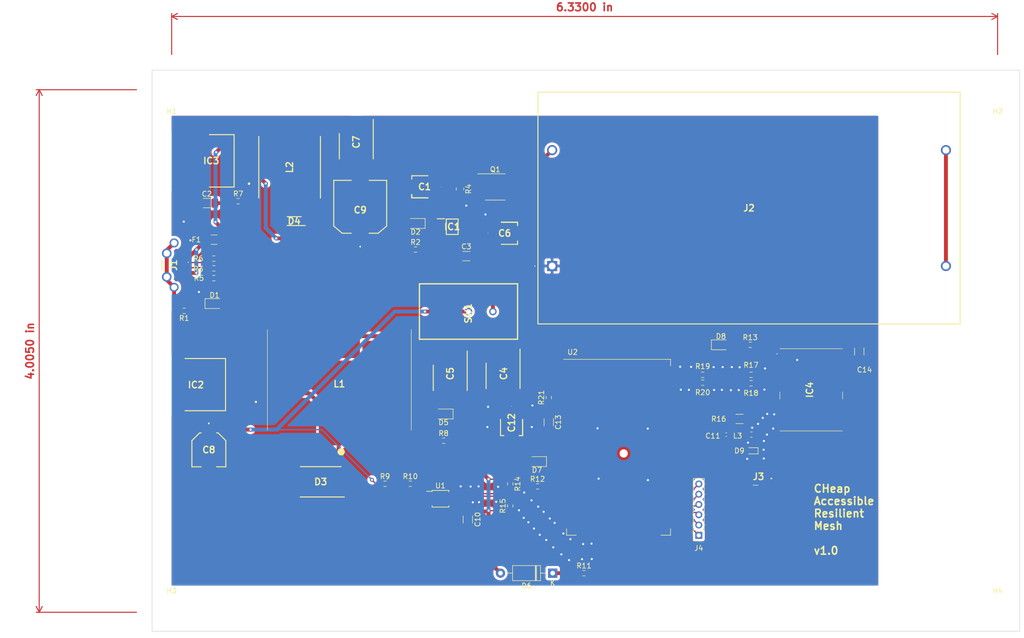
<source format=kicad_pcb>
(kicad_pcb (version 20211014) (generator pcbnew)
  (layers (0 "F.Cu" signal) (31 "B.Cu" signal) (34 "B.Paste" user) (35 "F.Paste" user) (36 "B.SilkS" user "B.Silkscreen") (37 "F.SilkS" user "F.Silkscreen") (38 "B.Mask" user) (39 "F.Mask" user) (44 "Edge.Cuts" user))
  (net 0 "")
  (net 1 "+12V")
  (net 2 "GND")
  (net 3 "Net-(C2-Pad1)")
  (net 4 "Net-(C3-Pad1)")
  (net 5 "+3.3V")
  (net 6 "Net-(C6-Pad1)")
  (net 7 "+5V")
  (net 8 "/VBAT")
  (net 9 "Net-(C11-Pad1)")
  (net 10 "Net-(D1-Pad1)")
  (net 11 "Net-(D2-Pad1)")
  (net 12 "Net-(D3-Pad1)")
  (net 13 "Net-(D4-Pad2)")
  (net 14 "Net-(D5-Pad1)")
  (net 15 "Net-(D6-Pad1)")
  (net 16 "Net-(D7-Pad1)")
  (net 17 "Net-(D8-Pad2)")
  (net 18 "Net-(IC1-Pad1)")
  (net 19 "Net-(IC1-Pad4)")
  (net 20 "Net-(IC1-Pad8)")
  (net 21 "Net-(IC3-Pad1)")
  (net 25 "Net-(IC4-Pad3)")
  (net 27 "Net-(IC4-Pad5)")
  (net 28 "Net-(IC4-Pad6)")
  (net 30 "/VCC_RF")
  (net 31 "/GPS_ANT")
  (net 40 "Net-(J1-PadA5)")
  (net 41 "Net-(J1-PadB5)")
  (net 42 "Net-(J2-Pad2)")
  (net 43 "/GPIO12")
  (net 44 "/GPIO13")
  (net 45 "/RXIP0")
  (net 46 "/RXIN0")
  (net 47 "/TXOP0")
  (net 48 "/TXON0")
  (net 49 "Net-(R10-Pad1)")
  (net 50 "/VDD_FLASH")
  (net 51 "/WLED")
  (net 52 "/I2C_SCL")
  (net 53 "/I2C_SDA")
  (net 54 "/GPS_DM")
  (net 55 "/GPS_DP")
  (net 56 "Net-(R19-Pad1)")
  (net 57 "Net-(R20-Pad1)")
  (net 64 "Net-(R21-Pad2)")
  (net 105 "Net-(F1-Pad2)")
  (net 106 "Net-(J1-PadMH1)")
  (footprint "Resistor_SMD:R_0805_2012Metric_Pad1.20x1.40mm_HandSolder" (layer "F.Cu") (at 106.934 70.12 -90)
    (fp_text reference "R4")
    (fp_text value "220m")
  )
  (footprint "LED_SMD:LED_0805_2012Metric_Pad1.15x1.40mm_HandSolder" (layer "F.Cu") (at 157.725 100.457)
    (fp_text reference "D8")
    (fp_text value "LED_GPS")
  )
  (footprint "LM2576SX-3.3_NOPB:KTT0005B" (layer "F.Cu") (at 52.648 108.204)
    (fp_text reference "IC2")
    (fp_text value "LM2576SX-3.3_NOPB" hide)
  )
  (footprint "Resistor_SMD:R_0603_1608Metric_Pad0.98x0.95mm_HandSolder" (layer "F.Cu") (at 98.2745 81.915)
    (fp_text reference "R2")
    (fp_text value "50k")
  )
  (footprint "LM2585S-12_NOPB:TO170P1435X465-6N" (layer "F.Cu") (at 58.506 64.643 180)
    (fp_text reference "IC3")
    (fp_text value "LM2585S-12_NOPB" hide)
  )
  (footprint "Resistor_SMD:R_0603_1608Metric_Pad0.98x0.95mm_HandSolder" (layer "F.Cu") (at 97.2585 127.508)
    (fp_text reference "R10")
    (fp_text value "20k")
  )
  (footprint "EEE-FN1E100R:EEE1AA220WR" (layer "F.Cu") (at 99.695 69.695 180)
    (fp_text reference "C1")
    (fp_text value "10uF" hide)
  )
  (footprint "LED_SMD:LED_0805_2012Metric_Pad1.15x1.40mm_HandSolder" (layer "F.Cu") (at 103.7265 113.919 180)
    (fp_text reference "D5")
    (fp_text value "LED_BUCK")
  )
  (footprint "Resistor_SMD:R_0603_1608Metric_Pad0.98x0.95mm_HandSolder" (layer "F.Cu") (at 154.178 107.823)
    (fp_text reference "R20")
    (fp_text value "22")
  )
  (footprint "Resistor_SMD:R_1206_3216Metric_Pad1.30x1.75mm_HandSolder" (layer "F.Cu") (at 161.3332 114.8902)
    (fp_text reference "R16")
    (fp_text value "10")
  )
  (footprint "UUD1C221MCL1GS:CAPAE660X800N" (layer "F.Cu") (at 105.029 106.062 -90)
    (fp_text reference "C5")
    (fp_text value "220uF" hide)
  )
  (footprint "Resistor_SMD:R_0603_1608Metric_Pad0.98x0.95mm_HandSolder" (layer "F.Cu") (at 59.0039 85.5766)
    (fp_text reference "R3")
    (fp_text value "5.1k")
  )
  (footprint "MountingHole:MountingHole_3.2mm_M3" (layer "F.Cu") (at 211.582 152.527)
    (fp_text reference "H4")
    (fp_text value "MountingHole")
  )
  (footprint "Resistor_SMD:R_0603_1608Metric_Pad0.98x0.95mm_HandSolder" (layer "F.Cu") (at 116.713 131.826 90)
    (fp_text reference "R15")
    (fp_text value "4.7k")
  )
  (footprint "16SVPF1000M:16SVF1000M" (layer "F.Cu") (at 87.503 73.5904)
    (fp_text reference "C9")
    (fp_text value "1mF" hide)
  )
  (footprint "Resistor_SMD:R_0603_1608Metric_Pad0.98x0.95mm_HandSolder" (layer "F.Cu") (at 131.064 144.907)
    (fp_text reference "R11")
    (fp_text value "50")
  )
  (footprint "Capacitor_SMD:C_1206_3216Metric_Pad1.33x1.80mm_HandSolder" (layer "F.Cu") (at 184.658 101.7655 90)
    (fp_text reference "C14")
    (fp_text value "0.1uF")
  )
  (footprint "KiCad:EEE1AA220WR" (layer "F.Cu") (at 116.967 115.979 -90)
    (fp_text reference "C12")
    (fp_text value "10uF" hide)
  )
  (footprint "MCP73844:SOP65P490X110-8N" (layer "F.Cu") (at 105.41 77.47)
    (fp_text reference "IC1")
    (fp_text value "MCP73844-840I_MS" hide)
  )
  (footprint "LED_SMD:LED_0805_2012Metric_Pad1.15x1.40mm_HandSolder" (layer "F.Cu") (at 98.289 76.835 180)
    (fp_text reference "D2")
    (fp_text value "LED_CHARGE")
  )
  (footprint "Inductor_SMD:L_0603_1608Metric_Pad1.05x0.95mm_HandSolder" (layer "F.Cu") (at 163.6592 117.9382 180)
    (fp_text reference "L3")
    (fp_text value "27nH")
  )
  (footprint "Capacitor_SMD:C_1206_3216Metric_Pad1.33x1.80mm_HandSolder" (layer "F.Cu") (at 124.206 115.5315 -90)
    (fp_text reference "C13")
    (fp_text value "0.1uF")
  )
  (footprint "Resistor_SMD:R_0603_1608Metric_Pad0.98x0.95mm_HandSolder" (layer "F.Cu") (at 163.4255 100.457)
    (fp_text reference "R13")
    (fp_text value "1k")
  )
  (footprint "74437429203101:74437429203101" (layer "F.Cu") (at 83.439 107.277 180)
    (fp_text reference "L1")
    (fp_text value "100uH" hide)
  )
  (footprint "Fuse:Fuse_1206_3216Metric_Pad1.42x1.75mm_HandSolder" (layer "F.Cu") (at 59.0639 79.9886 180)
    (fp_text reference "F1")
    (fp_text value "2.5A Fuse")
  )
  (footprint "Capacitor_SMD:C_0402_1005Metric_Pad0.74x0.62mm_HandSolder" (layer "F.Cu") (at 158.7597 117.9382 180)
    (fp_text reference "C11")
    (fp_text value "100nF")
  )
  (footprint "MountingHole:MountingHole_3.2mm_M3" (layer "F.Cu") (at 50.8 50.8 180)
    (fp_text reference "H1")
    (fp_text value "MountingHole")
  )
  (footprint "Resistor_SMD:R_0603_1608Metric_Pad0.98x0.95mm_HandSolder" (layer "F.Cu") (at 163.5995 107.95 180)
    (fp_text reference "R18")
    (fp_text value "27")
  )
  (footprint "Diode_THT:D_A-405_P10.16mm_Horizontal" (layer "F.Cu") (at 124.968 144.907 180)
    (fp_text reference "D6")
    (fp_text value "1N5819")
  )
  (footprint "Resistor_SMD:R_0603_1608Metric_Pad0.98x0.95mm_HandSolder" (layer "F.Cu") (at 53.2365 93.853 180)
    (fp_text reference "R1")
    (fp_text value "0")
  )
  (footprint "MountingHole:MountingHole_3.2mm_M3" (layer "F.Cu") (at 211.582 50.8 180)
    (fp_text reference "H2")
    (fp_text value "MountingHole")
  )
  (footprint "Resistor_SMD:R_0603_1608Metric_Pad0.98x0.95mm_HandSolder" (layer "F.Cu") (at 122.0235 128.016)
    (fp_text reference "R12")
    (fp_text value "1k")
  )
  (footprint "SS24FL:SODFL3617X108N" (layer "F.Cu") (at 74.6496 76.3778 180)
    (fp_text reference "D4")
    (fp_text value "550mV" hide)
  )
  (footprint "NEO-M9N-00B:NEOM9N00B" (layer "F.Cu") (at 175.306 109.22 90)
    (fp_text reference "IC4")
    (fp_text value "NEO-M9N-00B" hide)
  )
  (footprint "Package_SO:SOIC-8_3.9x4.9mm_P1.27mm" (layer "F.Cu") (at 113.792 69.723)
    (fp_text reference "Q1")
    (fp_text value "IRF7404")
  )
  (footprint "LED_SMD:LED_0805_2012Metric_Pad1.15x1.40mm_HandSolder" (layer "F.Cu") (at 121.911 123.19 180)
    (fp_text reference "D7")
    (fp_text value "LED_WLAN")
  )
  (footprint "16SVPC100M:16SVF180M" (layer "F.Cu") (at 58.039 120.904 180)
    (fp_text reference "C8")
    (fp_text value "100uF" hide)
  )
  (footprint "MSS1210-683MED:INDPM120120X1020N" (layer "F.Cu") (at 73.7616 65.8862 -90)
    (fp_text reference "L2")
    (fp_text value "68uH" hide)
  )
  (footprint "Module:Onion_Omega2S" (layer "F.Cu") (at 137.795 120.402)
    (fp_text reference "U2")
    (fp_text value "Omega2S")
  )
  (footprint "U.FL-R-SMT_01_:UFLRSMT01" (layer "F.Cu") (at 164.4922 126.492 180)
    (fp_text reference "J3")
    (fp_text value "U.FL-R-SMT_01_" hide)
  )
  (footprint "Resistor_SMD:R_0603_1608Metric_Pad0.98x0.95mm_HandSolder" (layer "F.Cu") (at 116.713 127.5315 -90)
    (fp_text reference "R14")
    (fp_text value "4.7k")
  )
  (footprint "Capacitor_SMD:C_1206_3216Metric_Pad1.33x1.80mm_HandSolder" (layer "F.Cu") (at 108.458 134.4545 -90)
    (fp_text reference "C10")
    (fp_text value "0.1uF")
  )
  (footprint "Package_SO:TSSOP-10_3x3mm_P0.5mm" (layer "F.Cu") (at 103.124 130.429)
    (fp_text reference "U1")
    (fp_text value "ADS1113IDGS")
  )
  (footprint "B520C-13-F:DIOM7959X250N" (layer "F.Cu") (at 79.812 127.127 180)
    (fp_text reference "D3")
    (fp_text value "550mV" hide)
  )
  (footprint "L101011MS02Q:CKC5106-ND" (layer "F.Cu") (at 108.585 93.98 90)
    (fp_text reference "SW1")
    (fp_text value "SW_POWER" hide)
  )
  (footprint "Resistor_SMD:R_0603_1608Metric_Pad0.98x0.95mm_HandSolder" (layer "F.Cu") (at 92.329 127.508)
    (fp_text reference "R9")
    (fp_text value "50k")
  )
  (footprint "Resistor_SMD:R_0603_1608Metric_Pad0.98x0.95mm_HandSolder" (layer "F.Cu") (at 154.178 106.299)
    (fp_text reference "R19")
    (fp_text value "22")
  )
  (footprint "Resistor_SMD:R_0603_1608Metric_Pad0.98x0.95mm_HandSolder" (layer "F.Cu") (at 59.0039 87.4816)
    (fp_text reference "R5")
    (fp_text value "1k")
  )
  (footprint "UUD1C221MCL1GS:CAPAE660X800N" (layer "F.Cu") (at 86.741 60.977 -90)
    (fp_text reference "C7")
    (fp_text value "220uF" hide)
  )
  (footprint "UUD1C221MCL1GS:CAPAE660X800N" (layer "F.Cu") (at 115.316 105.681 -90)
    (fp_text reference "C4")
    (fp_text value "220uF" hide)
  )
  (footprint "MountingHole:MountingHole_3.2mm_M3" (layer "F.Cu") (at 50.8 152.527)
    (fp_text reference "H3")
    (fp_text value "MountingHole")
  )
  (footprint "Resistor_SMD:R_0603_1608Metric_Pad0.98x0.95mm_HandSolder" (layer "F.Cu") (at 124.206 110.7205 90)
    (fp_text reference "R21")
    (fp_text value "50k")
  )
  (footprint "Resistor_SMD:R_0603_1608Metric_Pad0.98x0.95mm_HandSolder" (layer "F.Cu") (at 63.7559 72.4916)
    (fp_text reference "R7")
    (fp_text value "2.94k")
  )
  (footprint "Diode_SMD:D_SOD-523" (layer "F.Cu") (at 163.8088 121.0878 180)
    (fp_text reference "D9")
    (fp_text value "D_TVS")
  )
  (footprint "Resistor_SMD:R_0603_1608Metric_Pad0.98x0.95mm_HandSolder" (layer "F.Cu") (at 103.7355 119.126)
    (fp_text reference "R8")
    (fp_text value "1k")
  )
  (footprint "LED_SMD:LED_0805_2012Metric_Pad1.15x1.40mm_HandSolder" (layer "F.Cu") (at 59.1454 92.4346)
    (fp_text reference "D1")
    (fp_text value "LED_USB")
  )
  (footprint "KiCad:EEE1AA220WR" (layer "F.Cu") (at 115.979 78.74)
    (fp_text reference "C6")
    (fp_text value "10uF" hide)
  )
  (footprint "USB4140-GF-0070-C:USB4140GF0070C" (layer "F.Cu") (at 51.0264 84.9416 -90)
    (fp_text reference "J1")
    (fp_text value "USB4140-GF-0070-C" hide)
  )
  (footprint "1123:1123" (layer "F.Cu") (at 124.865 85.1178)
    (fp_text reference "J2")
    (fp_text value "2x18650" hide)
  )
  (footprint "Resistor_SMD:R_0603_1608Metric_Pad0.98x0.95mm_HandSolder" (layer "F.Cu") (at 163.5995 106.299 180)
    (fp_text reference "R17")
    (fp_text value "27")
  )
  (footprint "Connector_PinSocket_2.00mm:PinSocket_1x06_P2.00mm_Vertical" (layer "F.Cu") (at 153.416 137.541 180)
    (fp_text reference "J4")
    (fp_text value "OMEGA2_HEADER")
  )
  (footprint "Capacitor_SMD:C_1206_3216Metric_Pad1.33x1.80mm_HandSolder" (layer "F.Cu") (at 57.6449 72.8726 180)
    (fp_text reference "C2")
    (fp_text value "330nF")
  )
  (footprint "Resistor_SMD:R_0603_1608Metric_Pad0.98x0.95mm_HandSolder" (layer "F.Cu") (at 59.0039 83.6716)
    (fp_text reference "R6")
    (fp_text value "5.1k")
  )
  (footprint "Capacitor_SMD:C_1206_3216Metric_Pad1.33x1.80mm_HandSolder" (layer "F.Cu") (at 108.1655 83.185)
    (fp_text reference "C3")
    (fp_text value "0.1uF")
  )
  (gr_rect (start 215.9 156.21) (end 46.99 46.99) (layer "Edge.Cuts") (width 0.1) (fill none))
  (gr_text "CHeap\nAccessible\nResilient\nMesh\n\nv1.0" (at 175.641 134.493) (layer "F.SilkS") (effects (font (size 1.5 1.5) (thickness 0.3)) (justify left)))
  (dimension (type aligned) (layer "F.Cu") (pts (xy 50.8 44.45) (xy 211.582 44.45)) (height -7.913008) (gr_text "6.3300 in" (at 131.191 34.736992) (layer "F.Cu") (effects (font (size 1.5 1.5) (thickness 0.3)))) (format (units 0) (units_format 1) (precision 4)) (style (thickness 0.2) (arrow_length 1.27) (text_position_mode 0) (extension_height 0.58642) (extension_offset 0.5) keep_text_aligned))
  (dimension (type aligned) (layer "F.Cu") (pts (xy 44.45 50.8) (xy 44.45 152.527)) (height 19.431) (gr_text "4.0050 in" (at 23.219 101.6635 90) (layer "F.Cu") (effects (font (size 1.5 1.5) (thickness 0.3)))) (format (units 0) (units_format 1) (precision 4)) (style (thickness 0.2) (arrow_length 1.27) (text_position_mode 0) (extension_height 0.58642) (extension_offset 0.5) keep_text_aligned))
  (segment (start 66.3938 66.343) (end 69.1134 69.0626) (width 0.762) (layer "F.Cu") (net 1))
  (segment (start 97.264 76.835) (end 101.445 72.654) (width 0.762) (layer "F.Cu") (net 1))
  (segment (start 96.1586 77.9404) (end 97.264 76.835) (width 0.762) (layer "F.Cu") (net 1))
  (segment (start 85.9404 76.3778) (end 87.503 77.9404) (width 0.762) (layer "F.Cu") (net 1))
  (segment (start 64.706 66.343) (end 66.3938 66.343) (width 0.762) (layer "F.Cu") (net 1))
  (segment (start 87.503 77.9404) (end 96.1586 77.9404) (width 0.762) (layer "F.Cu") (net 1))
  (segment (start 102.02 69.12) (end 101.445 69.695) (width 0.762) (layer "F.Cu") (net 1))
  (segment (start 97.264 81.817) (end 97.362 81.915) (width 0.762) (layer "F.Cu") (net 1))
  (segment (start 101.445 72.654) (end 101.445 69.695) (width 0.762) (layer "F.Cu") (net 1))
  (segment (start 72.8218 79.7306) (end 76.1746 76.3778) (width 0.762) (layer "F.Cu") (net 1))
  (segment (start 102.281 77.145) (end 103.21 77.145) (width 0.254) (layer "F.Cu") (net 1))
  (segment (start 106.934 69.12) (end 102.02 69.12) (width 0.762) (layer "F.Cu") (net 1))
  (segment (start 101.445 72.654) (end 101.445 76.309) (width 0.254) (layer "F.Cu") (net 1))
  (segment (start 76.1746 76.3778) (end 85.9404 76.3778) (width 0.762) (layer "F.Cu") (net 1))
  (segment (start 71.1454 79.7306) (end 72.8218 79.7306) (width 0.762) (layer "F.Cu") (net 1))
  (segment (start 101.445 76.309) (end 102.281 77.145) (width 0.254) (layer "F.Cu") (net 1))
  (segment (start 97.264 76.835) (end 97.264 81.817) (width 0.762) (layer "F.Cu") (net 1))
  (via (at 71.1454 79.7306) (size 0.8) (drill 0.4) (layers "F.Cu" "B.Cu") (net 1))
  (via (at 69.1134 69.0626) (size 0.8) (drill 0.4) (layers "F.Cu" "B.Cu") (net 1))
  (segment (start 69.1134 69.0626) (end 69.1134 77.6986) (width 0.762) (layer "B.Cu") (net 1))
  (segment (start 69.1134 77.6986) (end 71.1454 79.7306) (width 0.762) (layer "B.Cu") (net 1))
  (segment (start 100.974 129.429) (end 102.6 129.429) (width 0.254) (layer "F.Cu") (net 2))
  (segment (start 52.4764 82.1916) (end 52.4764 82.0946) (width 0.762) (layer "F.Cu") (net 2))
  (segment (start 100.974 130.429) (end 102.616 130.429) (width 0.254) (layer "F.Cu") (net 2))
  (segment (start 102.6 129.429) (end 102.616 129.413) (width 0.254) (layer "F.Cu") (net 2))
  (segment (start 52.4764 82.0946) (end 54.4554 80.1156) (width 0.762) (layer "F.Cu") (net 2))
  (segment (start 109.418 77.795) (end 109.728 78.105) (width 0.254) (layer "F.Cu") (net 2))
  (segment (start 107.61 77.795) (end 109.418 77.795) (width 0.254) (layer "F.Cu") (net 2))
  (via (at 108.9914 128.0414) (size 0.8) (drill 0.4) (layers "F.Cu" "B.Cu") (net 2))
  (via (at 121.3358 136.2202) (size 0.8) (drill 0.4) (layers "F.Cu" "B.Cu") (net 2))
  (via (at 164.9476 115.8494) (size 0.8) (drill 0.4) (layers "F.Cu" "B.Cu") (net 2))
  (via (at 166.751 113.919) (size 0.8) (drill 0.4) (layers "F.Cu" "B.Cu") (net 2))
  (via (at 167.894 116.7638) (size 0.8) (drill 0.4) (layers "F.Cu" "B.Cu") (net 2))
  (via (at 149.9108 109.1946) (size 0.8) (drill 0.4) (layers "F.Cu" "B.Cu") (net 2))
  (via (at 123.2154 132.969) (size 0.8) (drill 0.4) (layers "F.Cu" "B.Cu") (net 2))
  (via (at 151.9174 104.7496) (size 0.8) (drill 0.4) (layers "F.Cu" "B.Cu") (net 2))
  (via (at 161.3662 104.8258) (size 0.8) (drill 0.4) (layers "F.Cu" "B.Cu") (net 2))
  (via (at 159.6644 109.2962) (size 0.8) (drill 0.4) (layers "F.Cu" "B.Cu") (net 2))
  (via (at 132.588 142.1638) (size 0.8) (drill 0.4) (layers "F.Cu" "B.Cu") (net 2))
  (via (at 132.5372 139.1666) (size 0.8) (drill 0.4) (layers "F.Cu" "B.Cu") (net 2))
  (via (at 124.4092 134.2644) (size 0.8) (drill 0.4) (layers "F.Cu" "B.Cu") (net 2))
  (via (at 112.395 112.522) (size 0.8) (drill 0.4) (layers "F.Cu" "B.Cu") (net 2))
  (via (at 128.1684 142.367) (size 0.8) (drill 0.4) (layers "F.Cu" "B.Cu") (net 2))
  (via (at 143.51 126.7968) (size 0.8) (drill 0.4) (layers "F.Cu" "B.Cu") (net 2))
  (via (at 172.5676 103.4034) (size 0.8) (drill 0.4) (layers "F.Cu" "B.Cu") (net 2))
  (via (at 127.0508 137.1854) (size 0.8) (drill 0.4) (layers "F.Cu" "B.Cu") (net 2))
  (via (at 125.095 139.8778) (size 0.8) (drill 0.4) (layers "F.Cu" "B.Cu") (net 2))
  (via (at 114.3508 128.0922) (size 0.8) (drill 0.4) (layers "F.Cu" "B.Cu") (net 2))
  (via (at 161.1884 109.2708) (size 0.8) (drill 0.4) (layers "F.Cu" "B.Cu") (net 2))
  (via (at 120.2436 135.001) (size 0.8) (drill 0.4) (layers "F.Cu" "B.Cu") (net 2))
  (via (at 130.683 142.1892) (size 0.8) (drill 0.4) (layers "F.Cu" "B.Cu") (net 2))
  (via (at 120.904 116.459) (size 0.8) (drill 0.4) (layers "F.Cu" "B.Cu") (net 2))
  (via (at 110.5408 128.016) (size 0.8) (drill 0.4) (layers "F.Cu" "B.Cu") (net 2))
  (via (at 156.3116 104.8004) (size 0.8) (drill 0.4) (layers "F.Cu" "B.Cu") (net 2))
  (via (at 108.1532 73.3552) (size 0.8) (drill 0.4) (layers "F.Cu" "B.Cu") (net 2))
  (via (at 166.3192 105.0544) (size 0.8) (drill 0.4) (layers "F.Cu" "B.Cu") (net 2))
  (via (at 119.3292 134.1374) (size 0.8) (drill 0.4) (layers "F.Cu" "B.Cu") (net 2))
  (via (at 151.4856 109.22) (size 0.8) (drill 0.4) (layers "F.Cu" "B.Cu") (net 2))
  (via (at 123.7234 138.4554) (size 0.8) (drill 0.4) (layers "F.Cu" "B.Cu") (net 2))
  (via (at 166.0652 122.5804) (size 0.8) (drill 0.4) (layers "F.Cu" "B.Cu") (net 2))
  (via (at 120.8532 130.7338) (size 0.8) (drill 0.4) (layers "F.Cu" "B.Cu") (net 2))
  (via (at 118.4148 132.6642) (size 0.8) (drill 0.4) (layers "F.Cu" "B.Cu") (net 2))
  (via (at 107.061 128.016) (size 0.8) (drill 0.4) (layers "F.Cu" "B.Cu") (net 2))
  (via (at 53.1622 76.4794) (size 0.8) (drill 0.4) (layers "F.Cu" "B.Cu") (net 2))
  (via (at 157.9118 109.22) (size 0.8) (drill 0.4) (layers "F.Cu" "B.Cu") (net 2))
  (via (at 111.887 75.0824) (size 0.8) (drill 0.4) (layers "F.Cu" "B.Cu") (net 2))
  (via (at 109.4232 131.1148) (size 0.8) (drill 0.4) (layers "F.Cu" "B.Cu") (net 2))
  (via (at 163.8046 116.586) (size 0.8) (drill 0.4) (layers "F.Cu" "B.Cu") (net 2))
  (via (at 122.1486 131.953) (size 0.8) (drill 0.4) (layers "F.Cu" "B.Cu") (net 2))
  (via (at 168.0972 113.9952) (size 0.8) (drill 0.4) (layers "F.Cu" "B.Cu") (net 2))
  (via (at 119.4308 129.2098) (size 0.8) (drill 0.4) (layers "F.Cu" "B.Cu") (net 2))
  (via (at 110.6424 131.0894) (size 0.8) (drill 0.4) (layers "F.Cu" "B.Cu") (net 2))
  (via (at 130.9116 139.2428) (size 0.8) (drill 0.4) (layers "F.Cu" "B.Cu") (net 2))
  (via (at 143.4846 116.7638) (size 0.8) (drill 0.4) (layers "F.Cu" "B.Cu") (net 2))
  (via (at 166.0906 119.1768) (size 0.8) (drill 0.4) (layers "F.Cu" "B.Cu") (net 2))
  (via (at 166.6748 117.9322) (size 0.8) (drill 0.4) (layers "F.Cu" "B.Cu") (net 2))
  (via (at 133.9088 126.5174) (size 0.8) (drill 0.4) (layers "F.Cu" "B.Cu") (net 2))
  (via (at 166.1922 109.1692) (size 0.8) (drill 0.4) (layers "F.Cu" "B.Cu") (net 2))
  (via (at 149.7838 104.7242) (size 0.8) (drill 0.4) (layers "F.Cu" "B.Cu") (net 2))
  (via (at 125.349 135.128) (size 0.8) (drill 0.4) (layers "F.Cu" "B.Cu") (net 2))
  (via (at 162.8394 122.6566) (size 0.8) (drill 0.4) (layers "F.Cu" "B.Cu") (net 2))
  (via (at 121.031 112.268) (size 0.8) (drill 0.4) (layers "F.Cu" "B.Cu") (net 2))
  (via (at 159.8422 104.8004) (size 0.8) (drill 0.4) (layers "F.Cu" "B.Cu") (net 2))
  (via (at 112.268 116.459) (size 0.8) (drill 0.4) (layers "F.Cu" "B.Cu") (net 2))
  (via (at 54.4554 80.1156) (size 0.8) (drill 0.4) (layers "F.Cu" "B.Cu") (net 2))
  (via (at 128.4224 138.303) (size 0.8) (drill 0.4) (layers "F.Cu" "B.Cu") (net 2))
  (via (at 166.0398 120.8786) (size 0.8) (drill 0.4) (layers "F.Cu" "B.Cu") (net 2))
  (via (at 158.0642 104.8004) (size 0.8) (drill 0.4) (layers "F.Cu" "B.Cu") (net 2))
  (via (at 126.6698 141.2494) (size 0.8) (drill 0.4) (layers "F.Cu" "B.Cu") (net 2))
  (via (at 113.9698 131.0132) (size 0.8) (drill 0.4) (layers "F.Cu" "B.Cu") (net 2))
  (via (at 133.7056 116.713) (size 0.8) (drill 0.4) (layers "F.Cu" "B.Cu") (net 2))
  (via (at 56.1086 90.17) (size 0.8) (drill 0.4) (layers "F.Cu" "B.Cu") (net 2))
  (via (at 122.4534 137.4394) (size 0.8) (drill 0.4) (layers "F.Cu" "B.Cu") (net 2))
  (via (at 165.862 114.681) (size 0.8) (drill 0.4) (layers "F.Cu" "B.Cu") (net 2))
  (via (at 162.9918 119.507) (size 0.8) (drill 0.4) (layers "F.Cu" "B.Cu") (net 2))
  (via (at 156.3878 109.2454) (size 0.8) (drill 0.4) (layers "F.Cu" "B.Cu") (net 2))
  (segment (start 59.2074 72.8726) (end 62.4624 72.8726) (width 0.762) (layer "F.Cu") (net 3))
  (segment (start 62.4624 72.8726) (end 62.8434 72.4916) (width 0.762) (layer "F.Cu") (net 3))
  (segment (start 107.61 82.178) (end 106.603 83.185) (width 0.254) (layer "F.Cu") (net 4))
  (segment (start 107.61 78.445) (end 107.61 82.178) (width 0.254) (layer "F.Cu") (net 4))
  (segment (start 83.439 98.777) (end 100.394 98.777) (width 0.762) (layer "F.Cu") (net 5))
  (segment (start 102.7015 101.0845) (end 102.7015 113.919) (width 0.254) (layer "F.Cu") (net 5))
  (segment (start 173.717 108.82) (end 169.656 108.82) (width 0.762) (layer "F.Cu") (net 5))
  (segment (start 105.029 103.412) (end 110.329 103.412) (width 0.762) (layer "F.Cu") (net 5))
  (segment (start 175.26 98.679) (end 177.6095 101.0285) (width 0.762) (layer "F.Cu") (net 5))
  (segment (start 119.668 98.679) (end 175.26 98.679) (width 0.762) (layer "F.Cu") (net 5))
  (segment (start 116.713 126.619) (end 120.142 123.19) (width 0.254) (layer "F.Cu") (net 5))
  (segment (start 108.458 132.892) (end 112.345 132.892) (width 0.762) (layer "F.Cu") (net 5))
  (segment (start 112.4835 126.619) (end 116.713 126.619) (width 0.254) (layer "F.Cu") (net 5))
  (segment (start 101.583 99.966) (end 102.7015 101.0845) (width 0.254) (layer "F.Cu") (net 5))
  (segment (start 100.394 98.777) (end 101.583 99.966) (width 0.762) (layer "F.Cu") (net 5))
  (segment (start 177.6095 101.0285) (end 179.901 103.32) (width 0.762) (layer "F.Cu") (net 5))
  (segment (start 124.206 113.969) (end 127.712 113.969) (width 0.762) (layer "F.Cu") (net 5))
  (segment (start 120.142 123.19) (end 120.886 123.19) (width 0.254) (layer "F.Cu") (net 5))
  (segment (start 112.345 132.892) (end 112.4985 132.7385) (width 0.762) (layer "F.Cu") (net 5))
  (segment (start 110.329 113.758) (end 110.329 124.3375) (width 0.762) (layer "F.Cu") (net 5))
  (segment (start 127.712 113.969) (end 127.795 114.052) (width 0.762) (layer "F.Cu") (net 5))
  (segment (start 180.956 103.32) (end 180.956 104.42) (width 0.762) (layer "F.Cu") (net 5))
  (segment (start 177.6095 101.0285) (end 177.6095 104.9655) (width 0.762) (layer "F.Cu") (net 5))
  (segment (start 116.557 126.775) (end 116.713 126.619) (width 0.254) (layer "F.Cu") (net 5))
  (segment (start 116.967 114.229) (end 123.946 114.229) (width 0.762) (layer "F.Cu") (net 5))
  (segment (start 110.329 103.412) (end 114.935 103.412) (width 0.762) (layer "F.Cu") (net 5))
  (segment (start 177.6095 104.9655) (end 173.736 108.839) (width 0.762) (layer "F.Cu") (net 5))
  (segment (start 110.3245 124.46) (end 112.4835 126.619) (width 0.762) (layer "F.Cu") (net 5))
  (segment (start 101.583 99.966) (end 105.029 103.412) (width 0.762) (layer "F.Cu") (net 5))
  (segment (start 180.9865 103.2895) (end 180.956 103.32) (width 0.762) (layer "F.Cu") (net 5))
  (segment (start 184.658 103.328) (end 180.964 103.328) (width 0.762) (layer "F.Cu") (net 5))
  (segment (start 114.935 103.412) (end 115.316 103.031) (width 0.762) (layer "F.Cu") (net 5))
  (segment (start 115.316 103.031) (end 119.668 98.679) (width 0.762) (layer "F.Cu") (net 5))
  (segment (start 110.329 124.3375) (end 110.4515 124.46) (width 0.762) (layer "F.Cu") (net 5))
  (segment (start 124.206 113.969) (end 124.206 111.633) (width 0.254) (layer "F.Cu") (net 5))
  (segment (start 110.329 113.758) (end 110.8 114.229) (width 0.762) (layer "F.Cu") (net 5))
  (segment (start 65.109 106.504) (end 75.712 106.504) (width 0.762) (layer "F.Cu") (net 5))
  (segment (start 108.458 132.892) (end 105.995 130.429) (width 0.254) (layer "F.Cu") (net 5))
  (segment (start 179.901 103.32) (end 180.956 103.32) (width 0.762) (layer "F.Cu") (net 5))
  (segment (start 110.8 114.229) (end 116.967 114.229) (width 0.762) (layer "F.Cu") (net 5))
  (segment (start 180.964 103.328) (end 180.956 103.32) (width 0.762) (layer "F.Cu") (net 5))
  (segment (start 173.736 108.839) (end 173.717 108.82) (width 0.762) (layer "F.Cu") (net 5))
  (segment (start 112.4985 132.7385) (end 112.4985 142.5975) (width 0.762) (layer "F.Cu") (net 5))
  (segment (start 127.795 114.052) (end 127.795 115.322) (width 0.762) (layer "F.Cu") (net 5))
  (segment (start 110.329 103.412) (end 110.329 113.758) (width 0.762) (layer "F.Cu") (net 5))
  (segment (start 75.712 106.504) (end 83.439 98.777) (width 0.762) (layer "F.Cu") (net 5))
  (segment (start 105.995 130.429) (end 105.274 130.429) (width 0.254) (layer "F.Cu") (net 5))
  (segment (start 181.014 103.378) (end 180.956 103.32) (width 0.762) (layer "F.Cu") (net 5))
  (segment (start 112.4985 142.5975) (end 114.808 144.907) (width 0.762) (layer "F.Cu") (net 5))
  (segment (start 112.4985 132.7385) (end 116.84 132.7385) (width 0.254) (layer "F.Cu") (net 5))
  (segment (start 123.946 114.229) (end 124.206 113.969) (width 0.762) (layer "F.Cu") (net 5))
  (via (at 112.4835 126.619) (size 0.8) (drill 0.4) (layers "F.Cu" "B.Cu") (net 5))
  (via (at 112.4985 132.7385) (size 0.8) (drill 0.4) (layers "F.Cu" "B.Cu") (net 5))
  (segment (start 112.4835 132.7235) (end 112.4985 132.7385) (width 0.762) (layer "B.Cu") (net 5))
  (segment (start 112.4835 126.619) (end 112.4835 132.7235) (width 0.762) (layer "B.Cu") (net 5))
  (segment (start 113.335 93.98) (end 113.335 79.634) (width 0.762) (layer "F.Cu") (net 6))
  (segment (start 116.267 70.358) (end 116.267 71.628) (width 0.762) (layer "F.Cu") (net 6))
  (segment (start 116.267 67.818) (end 119.6048 67.818) (width 0.762) (layer "F.Cu") (net 6))
  (segment (start 114.229 73.666) (end 114.229 78.74) (width 0.762) (layer "F.Cu") (net 6))
  (segment (start 116.267 67.818) (end 116.267 69.088) (width 0.762) (layer "F.Cu") (net 6))
  (segment (start 112.634 77.145) (end 114.229 78.74) (width 0.254) (layer "F.Cu") (net 6))
  (segment (start 113.335 79.634) (end 114.229 78.74) (width 0.762) (layer "F.Cu") (net 6))
  (segment (start 119.6048 67.818) (end 124.865 62.5578) (width 0.762) (layer "F.Cu") (net 6))
  (segment (start 116.267 71.628) (end 114.229 73.666) (width 0.762) (layer "F.Cu") (net 6))
  (segment (start 107.61 77.145) (end 112.634 77.145) (width 0.254) (layer "F.Cu") (net 6))
  (segment (start 116.267 69.088) (end 116.267 70.358) (width 0.762) (layer "F.Cu") (net 6))
  (segment (start 60.7309 80.1681) (end 60.7309 91.8741) (width 0.254) (layer "F.Cu") (net 7))
  (segment (start 76.4708 58.327) (end 73.7616 61.0362) (width 0.762) (layer "F.Cu") (net 7))
  (segment (start 73.7616 61.0362) (end 64.9128 61.0362) (width 0.762) (layer "F.Cu") (net 7))
  (segment (start 60.7309 91.8741) (end 60.1704 92.4346) (width 0.254) (layer "F.Cu") (net 7))
  (segment (start 59.4614 62.9666) (end 61.185 61.243) (width 0.762) (layer "F.Cu") (net 7))
  (segment (start 60.5514 77.7726) (end 59.3344 76.5556) (width 0.762) (layer "F.Cu") (net 7))
  (segment (start 60.5514 79.9886) (end 60.7309 80.1681) (width 0.254) (layer "F.Cu") (net 7))
  (segment (start 86.741 58.327) (end 76.4708 58.327) (width 0.762) (layer "F.Cu") (net 7))
  (segment (start 61.185 61.243) (end 64.706 61.243) (width 0.762) (layer "F.Cu") (net 7))
  (segment (start 64.9128 61.0362) (end 64.706 61.243) (width 0.762) (layer "F.Cu") (net 7))
  (segment (start 60.5514 79.9886) (end 60.5514 77.7726) (width 0.762) (layer "F.Cu") (net 7))
  (via (at 59.3344 76.5556) (size 0.8) (drill 0.4) (layers "F.Cu" "B.Cu") (net 7))
  (via (at 59.4614 62.9666) (size 0.8) (drill 0.4) (layers "F.Cu" "B.Cu") (net 7))
  (segment (start 59.3344 63.0936) (end 59.4614 62.9666) (width 0.762) (layer "B.Cu") (net 7))
  (segment (start 59.3344 76.5556) (end 59.3344 63.0936) (width 0.762) (layer "B.Cu") (net 7))
  (segment (start 66.167 116.967) (end 64.897 116.967) (width 0.762) (layer "F.Cu") (net 8))
  (segment (start 64.897 116.967) (end 62.0365 114.1065) (width 0.762) (layer "F.Cu") (net 8))
  (segment (start 108.585 93.98) (end 100.076 93.98) (width 0.762) (layer "F.Cu") (net 8))
  (segment (start 64.539 111.604) (end 65.109 111.604) (width 0.762) (layer "F.Cu") (net 8))
  (segment (start 62.0365 114.1065) (end 64.539 111.604) (width 0.762) (layer "F.Cu") (net 8))
  (segment (start 58.039 118.104) (end 62.0365 114.1065) (width 0.762) (layer "F.Cu") (net 8))
  (segment (start 90.551 127.508) (end 89.789 126.746) (width 0.254) (layer "F.Cu") (net 8))
  (segment (start 91.4165 127.508) (end 90.551 127.508) (width 0.254) (layer "F.Cu") (net 8))
  (via (at 66.167 116.967) (size 0.8) (drill 0.4) (layers "F.Cu" "B.Cu") (net 8))
  (via (at 100.076 93.98) (size 0.8) (drill 0.4) (layers "F.Cu" "B.Cu") (net 8))
  (via (at 89.789 126.746) (size 0.8) (drill 0.4) (layers "F.Cu" "B.Cu") (net 8))
  (segment (start 89.789 126.746) (end 80.01 116.967) (width 0.254) (layer "B.Cu") (net 8))
  (segment (start 71.374 116.967) (end 71.247 116.967) (width 0.762) (layer "B.Cu") (net 8))
  (segment (start 80.01 116.967) (end 71.247 116.967) (width 0.254) (layer "B.Cu") (net 8))
  (segment (start 94.234 93.98) (end 100.076 93.98) (width 0.762) (layer "B.Cu") (net 8))
  (segment (start 71.247 116.967) (end 66.167 116.967) (width 0.762) (layer "B.Cu") (net 8))
  (segment (start 71.247 116.967) (end 94.234 93.98) (width 0.762) (layer "B.Cu") (net 8))
  (segment (start 159.7832 117.4822) (end 159.3272 117.9382) (width 0.254) (layer "F.Cu") (net 9))
  (segment (start 159.7832 114.9372) (end 162.7842 117.9382) (width 0.254) (layer "F.Cu") (net 9))
  (segment (start 159.7832 114.8902) (end 159.7832 117.4822) (width 0.254) (layer "F.Cu") (net 9))
  (segment (start 159.7832 114.8902) (end 159.7832 114.9372) (width 0.254) (layer "F.Cu") (net 9))
  (segment (start 58.0914 92.4056) (end 58.1204 92.4346) (width 0.254) (layer "F.Cu") (net 10))
  (segment (start 58.0914 87.4816) (end 58.0914 92.4056) (width 0.254) (layer "F.Cu") (net 10))
  (segment (start 100.274 77.795) (end 103.21 77.795) (width 0.254) (layer "F.Cu") (net 11))
  (segment (start 99.314 76.835) (end 100.274 77.795) (width 0.254) (layer "F.Cu") (net 11))
  (segment (start 83.312 115.904) (end 83.439 115.777) (width 0.762) (layer "F.Cu") (net 12))
  (segment (start 83.439 115.777) (end 83.439 117.927) (width 0.762) (layer "F.Cu") (net 12))
  (segment (start 77.566 109.904) (end 83.439 115.777) (width 0.762) (layer "F.Cu") (net 12))
  (segment (start 65.109 109.904) (end 77.566 109.904) (width 0.762) (layer "F.Cu") (net 12))
  (segment (start 83.312 127.127) (end 83.312 115.904) (width 0.762) (layer "F.Cu") (net 12))
  (segment (start 73.7616 75.7408) (end 73.1246 76.3778) (width 0.762) (layer "F.Cu") (net 13))
  (segment (start 73.7616 70.7362) (end 73.7616 75.7408) (width 0.762) (layer "F.Cu") (net 13))
  (segment (start 64.706 62.943) (end 65.9684 62.943) (width 0.762) (layer "F.Cu") (net 13))
  (segment (start 65.9684 62.943) (end 73.7616 70.7362) (width 0.762) (layer "F.Cu") (net 13))
  (segment (start 104.7515 113.919) (end 104.7515 117.1975) (width 0.254) (layer "F.Cu") (net 14))
  (segment (start 104.7515 117.1975) (end 102.823 119.126) (width 0.254) (layer "F.Cu") (net 14))
  (segment (start 124.968 144.907) (end 130.1515 144.907) (width 0.762) (layer "F.Cu") (net 15))
  (segment (start 122.936 126.191) (end 121.111 128.016) (width 0.254) (layer "F.Cu") (net 16))
  (segment (start 122.936 123.19) (end 122.936 126.191) (width 0.254) (layer "F.Cu") (net 16))
  (segment (start 162.513 100.457) (end 158.75 100.457) (width 0.254) (layer "F.Cu") (net 17))
  (segment (start 111.317 69.088) (end 111.317 70.358) (width 0.762) (layer "F.Cu") (net 18))
  (segment (start 106.934 71.12) (end 103.21 74.844) (width 0.254) (layer "F.Cu") (net 18))
  (segment (start 106.934 71.12) (end 109.285 71.12) (width 0.762) (layer "F.Cu") (net 18))
  (segment (start 109.285 71.12) (end 110.047 70.358) (width 0.762) (layer "F.Cu") (net 18))
  (segment (start 110.047 70.358) (end 111.317 70.358) (width 0.762) (layer "F.Cu") (net 18))
  (segment (start 103.21 74.844) (end 103.21 76.495) (width 0.254) (layer "F.Cu") (net 18))
  (segment (start 111.317 69.088) (end 111.317 67.818) (width 0.762) (layer "F.Cu") (net 18))
  (segment (start 99.74 81.915) (end 103.21 78.445) (width 0.254) (layer "F.Cu") (net 19))
  (segment (start 99.187 81.915) (end 99.74 81.915) (width 0.254) (layer "F.Cu") (net 19))
  (segment (start 111.317 71.628) (end 111.317 73.087) (width 0.254) (layer "F.Cu") (net 20))
  (segment (start 111.317 73.087) (end 107.909 76.495) (width 0.254) (layer "F.Cu") (net 20))
  (segment (start 107.909 76.495) (end 107.61 76.495) (width 0.254) (layer "F.Cu") (net 20))
  (segment (start 64.706 68.043) (end 64.706 72.454) (width 0.762) (layer "F.Cu") (net 21))
  (segment (start 64.706 72.454) (end 64.6684 72.4916) (width 0.762) (layer "F.Cu") (net 21))
  (segment (start 169.656 104.42) (end 168.301 104.42) (width 0.254) (layer "F.Cu") (net 25))
  (segment (start 168.301 104.42) (end 164.338 100.457) (width 0.254) (layer "F.Cu") (net 25))
  (segment (start 164.512 106.299) (end 164.714 106.501) (width 0.762) (layer "F.Cu") (net 27))
  (segment (start 164.512 106.299) (end 164.833 106.62) (width 0.254) (layer "F.Cu") (net 27))
  (segment (start 164.714 106.501) (end 169.1894 106.501) (width 0.762) (layer "F.Cu") (net 27))
  (segment (start 164.742 107.72) (end 164.512 107.95) (width 0.762) (layer "F.Cu") (net 28))
  (segment (start 169.656 107.72) (end 164.742 107.72) (width 0.762) (layer "F.Cu") (net 28))
  (segment (start 162.8832 114.8902) (end 164.8534 112.92) (width 0.254) (layer "F.Cu") (net 30))
  (segment (start 164.8534 112.92) (end 169.656 112.92) (width 0.254) (layer "F.Cu") (net 30))
  (segment (start 164.5342 117.9382) (end 167.3524 115.12) (width 0.762) (layer "F.Cu") (net 31))
  (segment (start 169.647 115.111) (end 169.656 115.12) (width 0.254) (layer "F.Cu") (net 31))
  (segment (start 164.5342 121.0624) (end 164.5088 121.0878) (width 0.762) (layer "F.Cu") (net 31))
  (segment (start 164.5342 117.9382) (end 164.5922 117.9962) (width 0.254) (layer "F.Cu") (net 31))
  (segment (start 164.5088 124.9504) (end 164.4922 124.967) (width 0.762) (layer "F.Cu") (net 31))
  (segment (start 164.5352 117.9392) (end 164.5342 117.9382) (width 0.254) (layer "F.Cu") (net 31))
  (segment (start 164.5088 121.0878) (end 164.5088 124.9504) (width 0.762) (layer "F.Cu") (net 31))
  (segment (start 164.5342 117.9382) (end 164.5342 121.0624) (width 0.762) (layer "F.Cu") (net 31))
  (segment (start 164.5342 117.9382) (end 164.5088 117.9636) (width 0.254) (layer "F.Cu") (net 31))
  (segment (start 167.3524 115.12) (end 169.656 115.12) (width 0.762) (layer "F.Cu") (net 31))
  (segment (start 57.3214 84.4416) (end 58.0914 83.6716) (width 0.254) (layer "F.Cu") (net 40))
  (segment (start 52.4764 84.4416) (end 57.3214 84.4416) (width 0.254) (layer "F.Cu") (net 40))
  (segment (start 52.4764 85.4416) (end 57.9564 85.4416) (width 0.254) (layer "F.Cu") (net 41))
  (segment (start 57.9564 85.4416) (end 58.0914 85.5766) (width 0.254) (layer "F.Cu") (net 41))
  (segment (start 201.525 62.5578) (end 201.525 85.1178) (width 0.762) (layer "F.Cu") (net 42))
  (segment (start 147.795 135.642) (end 151.517 135.642) (width 0.254) (layer "F.Cu") (net 43))
  (segment (start 151.517 135.642) (end 153.416 137.541) (width 0.254) (layer "F.Cu") (net 43))
  (segment (start 152.247 134.372) (end 153.416 135.541) (width 0.254) (layer "F.Cu") (net 44))
  (segment (start 147.795 134.372) (end 152.247 134.372) (width 0.254) (layer "F.Cu") (net 44))
  (segment (start 147.795 133.102) (end 152.977 133.102) (width 0.254) (layer "F.Cu") (net 45))
  (segment (start 152.977 133.102) (end 153.416 133.541) (width 0.254) (layer "F.Cu") (net 45))
  (segment (start 153.125 131.832) (end 153.416 131.541) (width 0.254) (layer "F.Cu") (net 46))
  (segment (start 147.795 131.832) (end 153.125 131.832) (width 0.254) (layer "F.Cu") (net 46))
  (segment (start 152.395 130.562) (end 153.416 129.541) (width 0.254) (layer "F.Cu") (net 47))
  (segment (start 147.795 130.562) (end 152.395 130.562) (width 0.254) (layer "F.Cu") (net 47))
  (segment (start 147.795 129.292) (end 151.665 129.292) (width 0.254) (layer "F.Cu") (net 48))
  (segment (start 151.665 129.292) (end 153.416 127.541) (width 0.254) (layer "F.Cu") (net 48))
  (segment (start 96.346 127.508) (end 99.767 130.929) (width 0.254) (layer "F.Cu") (net 49))
  (segment (start 99.767 130.929) (end 100.974 130.929) (width 0.254) (layer "F.Cu") (net 49))
  (segment (start 93.2415 127.508) (end 96.346 127.508) (width 0.254) (layer "F.Cu") (net 49))
  (segment (start 133.477 144.907) (end 137.795 140.589) (width 0.762) (layer "F.Cu") (net 50))
  (segment (start 137.795 140.589) (end 137.795 137.402) (width 0.762) (layer "F.Cu") (net 50))
  (segment (start 131.9765 144.907) (end 133.477 144.907) (width 0.762) (layer "F.Cu") (net 50))
  (segment (start 122.936 128.016) (end 122.942 128.022) (width 0.254) (layer "F.Cu") (net 51))
  (segment (start 122.942 128.022) (end 127.795 128.022) (width 0.254) (layer "F.Cu") (net 51))
  (segment (start 116.713 128.444) (end 116.713 128.778) (width 0.254) (layer "F.Cu") (net 52))
  (segment (start 105.274 129.429) (end 115.728 129.429) (width 0.254) (layer "F.Cu") (net 52))
  (segment (start 117.609052 129.413) (end 128.585052 140.389) (width 0.254) (layer "F.Cu") (net 52))
  (segment (start 128.585052 140.389) (end 133.899948 140.389) (width 0.254) (layer "F.Cu") (net 52))
  (segment (start 117.348 129.413) (end 117.609052 129.413) (width 0.254) (layer "F.Cu") (net 52))
  (segment (start 133.899948 140.389) (end 135.255 139.033948) (width 0.254) (layer "F.Cu") (net 52))
  (segment (start 116.713 128.778) (end 117.348 129.413) (width 0.254) (layer "F.Cu") (net 52))
  (segment (start 135.255 139.033948) (end 135.255 137.402) (width 0.254) (layer "F.Cu") (net 52))
  (segment (start 115.728 129.429) (end 116.713 128.444) (width 0.254) (layer "F.Cu") (net 52))
  (segment (start 116.713 130.556) (end 117.402 129.867) (width 0.254) (layer "F.Cu") (net 53))
  (segment (start 117.421 129.867) (end 128.397 140.843) (width 0.254) (layer "F.Cu") (net 53))
  (segment (start 105.274 129.929) (end 115.8555 129.929) (width 0.254) (layer "F.Cu") (net 53))
  (segment (start 116.713 130.9135) (end 116.713 130.556) (width 0.254) (layer "F.Cu") (net 53))
  (segment (start 117.402 129.867) (end 117.421 129.867) (width 0.254) (layer "F.Cu") (net 53))
  (segment (start 136.525 138.406) (end 136.525 137.402) (width 0.254) (layer "F.Cu") (net 53))
  (segment (start 115.8555 129.929) (end 116.84 130.9135) (width 0.254) (layer "F.Cu") (net 53))
  (segment (start 134.088 140.843) (end 136.525 138.406) (width 0.254) (layer "F.Cu") (net 53))
  (segment (start 128.397 140.843) (end 134.088 140.843) (width 0.254) (layer "F.Cu") (net 53))
  (segment (start 155.0905 106.299) (end 162.687 106.299) (width 0.762) (layer "F.Cu") (net 54))
  (segment (start 162.56 107.823) (end 162.687 107.95) (width 0.762) (layer "F.Cu") (net 55))
  (segment (start 155.0905 107.823) (end 162.56 107.823) (width 0.762) (layer "F.Cu") (net 55))
  (segment (start 153.1325 106.432) (end 153.2655 106.299) (width 0.762) (layer "F.Cu") (net 56))
  (segment (start 147.795 106.432) (end 153.1325 106.432) (width 0.762) (layer "F.Cu") (net 56))
  (segment (start 153.1445 107.702) (end 153.2655 107.823) (width 0.762) (layer "F.Cu") (net 57))
  (segment (start 147.795 107.702) (end 153.1445 107.702) (width 0.762) (layer "F.Cu") (net 57))
  (segment (start 124.206 109.808) (end 124.64 110.242) (width 0.254) (layer "F.Cu") (net 64))
  (segment (start 124.64 110.242) (end 127.795 110.242) (width 0.254) (layer "F.Cu") (net 64))
  (segment (start 54.1434 83.4216) (end 55.6349 81.9301) (width 0.762) (layer "F.Cu") (net 105))
  (segment (start 52.5504 86.4656) (end 52.4804 86.4656) (width 0.762) (layer "F.Cu") (net 105))
  (segment (start 52.5464 86.4616) (end 52.5504 86.4656) (width 0.762) (layer "F.Cu") (net 105))
  (segment (start 52.4764 86.4616) (end 55.5944 86.4616) (width 0.762) (layer "F.Cu") (net 105))
  (segment (start 52.4764 86.4616) (end 52.5464 86.4616) (width 0.762) (layer "F.Cu") (net 105))
  (segment (start 55.5944 86.4616) (end 55.5984 86.4656) (width 0.762) (layer "F.Cu") (net 105))
  (segment (start 55.6349 81.9301) (end 57.5764 79.9886) (width 0.762) (layer "F.Cu") (net 105))
  (segment (start 52.4764 83.4216) (end 54.1434 83.4216) (width 0.762) (layer "F.Cu") (net 105))
  (segment (start 52.4804 86.4656) (end 52.4764 86.4616) (width 0.762) (layer "F.Cu") (net 105))
  (via (at 55.5984 86.4656) (size 0.8) (drill 0.4) (layers "F.Cu" "B.Cu") (net 105))
  (via (at 55.6349 81.9301) (size 0.8) (drill 0.4) (layers "F.Cu" "B.Cu") (net 105))
  (segment (start 55.5984 86.4656) (end 55.5984 81.9666) (width 0.762) (layer "B.Cu") (net 105))
  (segment (start 55.5984 81.9666) (end 55.6349 81.9301) (width 0.762) (layer "B.Cu") (net 105))
  (segment (start 51.2804 89.2656) (end 51.2764 89.2616) (width 0.762) (layer "F.Cu") (net 106))
  (segment (start 49.8464 87.8316) (end 49.8464 87.2416) (width 0.762) (layer "F.Cu") (net 106))
  (segment (start 51.2764 92.8054) (end 52.324 93.853) (width 0.762) (layer "F.Cu") (net 106))
  (segment (start 51.2764 89.2616) (end 51.2764 92.8054) (width 0.762) (layer "F.Cu") (net 106))
  (segment (start 49.8464 82.0516) (end 51.2764 80.6216) (width 0.762) (layer "F.Cu") (net 106))
  (segment (start 49.8464 87.2416) (end 49.8464 82.6416) (width 0.762) (layer "F.Cu") (net 106))
  (segment (start 49.8464 82.6416) (end 49.8464 82.0516) (width 0.762) (layer "F.Cu") (net 106))
  (segment (start 51.2764 89.2616) (end 49.8464 87.8316) (width 0.762) (layer "F.Cu") (net 106))
  (zone (net 2) (net_name "GND") (layers F&B.Cu) (connect_pads (clearance 0.508)) (min_thickness 0.254) (fill yes (thermal_gap 0.508) (thermal_bridge_width 0.508))
    (polygon (pts (xy 188.341 147.32) (xy 50.8 147.32) (xy 50.8 55.88) (xy 188.341 55.88)))
  )
)
</source>
